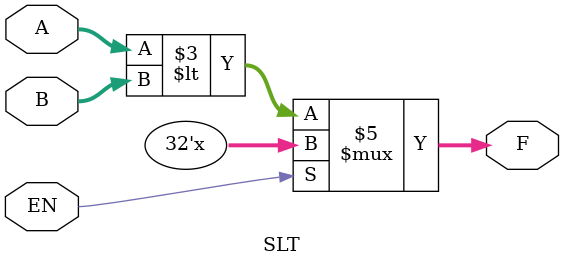
<source format=v>
`timescale 1ns / 1ps


module SLT(F, A, B, EN);
    parameter N = 32;
    input EN;
    input [N-1:0] A, B;
    output reg [N-1:0] F;
    
    always @(A, B, EN) begin
        if(EN == 0) F <= A < B;
        else F <= 32'bz;
    end
endmodule

</source>
